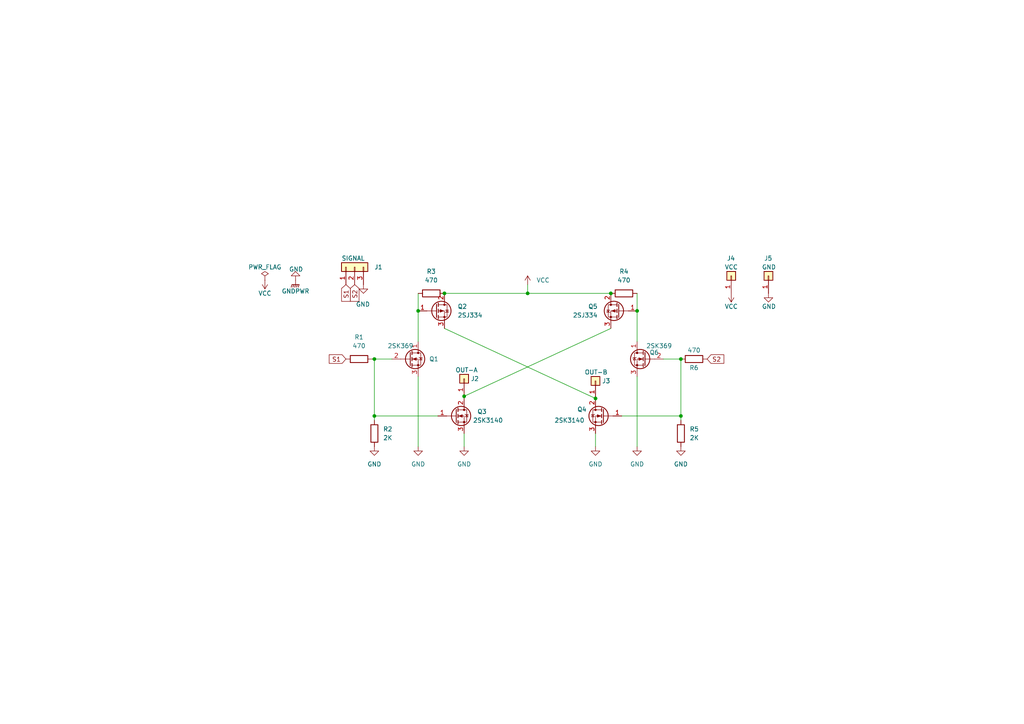
<source format=kicad_sch>
(kicad_sch
	(version 20231120)
	(generator "eeschema")
	(generator_version "8.0")
	(uuid "8442e9c8-eab4-435f-8e2f-04d075ee1d59")
	(paper "A4")
	(title_block
		(title "Hブリッジ回路")
		(date "2024-08-24")
		(rev "R1")
		(company "Altair")
	)
	(lib_symbols
		(symbol "Connector_Generic:Conn_01x01"
			(pin_names
				(offset 1.016) hide)
			(exclude_from_sim no)
			(in_bom yes)
			(on_board yes)
			(property "Reference" "J"
				(at 0 2.54 0)
				(effects
					(font
						(size 1.27 1.27)
					)
				)
			)
			(property "Value" "Conn_01x01"
				(at 0 -2.54 0)
				(effects
					(font
						(size 1.27 1.27)
					)
				)
			)
			(property "Footprint" ""
				(at 0 0 0)
				(effects
					(font
						(size 1.27 1.27)
					)
					(hide yes)
				)
			)
			(property "Datasheet" "~"
				(at 0 0 0)
				(effects
					(font
						(size 1.27 1.27)
					)
					(hide yes)
				)
			)
			(property "Description" "Generic connector, single row, 01x01, script generated (kicad-library-utils/schlib/autogen/connector/)"
				(at 0 0 0)
				(effects
					(font
						(size 1.27 1.27)
					)
					(hide yes)
				)
			)
			(property "ki_keywords" "connector"
				(at 0 0 0)
				(effects
					(font
						(size 1.27 1.27)
					)
					(hide yes)
				)
			)
			(property "ki_fp_filters" "Connector*:*_1x??_*"
				(at 0 0 0)
				(effects
					(font
						(size 1.27 1.27)
					)
					(hide yes)
				)
			)
			(symbol "Conn_01x01_1_1"
				(rectangle
					(start -1.27 0.127)
					(end 0 -0.127)
					(stroke
						(width 0.1524)
						(type default)
					)
					(fill
						(type none)
					)
				)
				(rectangle
					(start -1.27 1.27)
					(end 1.27 -1.27)
					(stroke
						(width 0.254)
						(type default)
					)
					(fill
						(type background)
					)
				)
				(pin passive line
					(at -5.08 0 0)
					(length 3.81)
					(name "Pin_1"
						(effects
							(font
								(size 1.27 1.27)
							)
						)
					)
					(number "1"
						(effects
							(font
								(size 1.27 1.27)
							)
						)
					)
				)
			)
		)
		(symbol "Connector_Generic:Conn_01x03"
			(pin_names
				(offset 1.016) hide)
			(exclude_from_sim no)
			(in_bom yes)
			(on_board yes)
			(property "Reference" "J"
				(at 0 5.08 0)
				(effects
					(font
						(size 1.27 1.27)
					)
				)
			)
			(property "Value" "Conn_01x03"
				(at 0 -5.08 0)
				(effects
					(font
						(size 1.27 1.27)
					)
				)
			)
			(property "Footprint" ""
				(at 0 0 0)
				(effects
					(font
						(size 1.27 1.27)
					)
					(hide yes)
				)
			)
			(property "Datasheet" "~"
				(at 0 0 0)
				(effects
					(font
						(size 1.27 1.27)
					)
					(hide yes)
				)
			)
			(property "Description" "Generic connector, single row, 01x03, script generated (kicad-library-utils/schlib/autogen/connector/)"
				(at 0 0 0)
				(effects
					(font
						(size 1.27 1.27)
					)
					(hide yes)
				)
			)
			(property "ki_keywords" "connector"
				(at 0 0 0)
				(effects
					(font
						(size 1.27 1.27)
					)
					(hide yes)
				)
			)
			(property "ki_fp_filters" "Connector*:*_1x??_*"
				(at 0 0 0)
				(effects
					(font
						(size 1.27 1.27)
					)
					(hide yes)
				)
			)
			(symbol "Conn_01x03_1_1"
				(rectangle
					(start -1.27 -2.413)
					(end 0 -2.667)
					(stroke
						(width 0.1524)
						(type default)
					)
					(fill
						(type none)
					)
				)
				(rectangle
					(start -1.27 0.127)
					(end 0 -0.127)
					(stroke
						(width 0.1524)
						(type default)
					)
					(fill
						(type none)
					)
				)
				(rectangle
					(start -1.27 2.667)
					(end 0 2.413)
					(stroke
						(width 0.1524)
						(type default)
					)
					(fill
						(type none)
					)
				)
				(rectangle
					(start -1.27 3.81)
					(end 1.27 -3.81)
					(stroke
						(width 0.254)
						(type default)
					)
					(fill
						(type background)
					)
				)
				(pin passive line
					(at -5.08 2.54 0)
					(length 3.81)
					(name "Pin_1"
						(effects
							(font
								(size 1.27 1.27)
							)
						)
					)
					(number "1"
						(effects
							(font
								(size 1.27 1.27)
							)
						)
					)
				)
				(pin passive line
					(at -5.08 0 0)
					(length 3.81)
					(name "Pin_2"
						(effects
							(font
								(size 1.27 1.27)
							)
						)
					)
					(number "2"
						(effects
							(font
								(size 1.27 1.27)
							)
						)
					)
				)
				(pin passive line
					(at -5.08 -2.54 0)
					(length 3.81)
					(name "Pin_3"
						(effects
							(font
								(size 1.27 1.27)
							)
						)
					)
					(number "3"
						(effects
							(font
								(size 1.27 1.27)
							)
						)
					)
				)
			)
		)
		(symbol "Device:Q_NMOS_DGS"
			(pin_names
				(offset 0) hide)
			(exclude_from_sim no)
			(in_bom yes)
			(on_board yes)
			(property "Reference" "Q"
				(at 5.08 1.27 0)
				(effects
					(font
						(size 1.27 1.27)
					)
					(justify left)
				)
			)
			(property "Value" "Q_NMOS_DGS"
				(at 5.08 -1.27 0)
				(effects
					(font
						(size 1.27 1.27)
					)
					(justify left)
				)
			)
			(property "Footprint" ""
				(at 5.08 2.54 0)
				(effects
					(font
						(size 1.27 1.27)
					)
					(hide yes)
				)
			)
			(property "Datasheet" "~"
				(at 0 0 0)
				(effects
					(font
						(size 1.27 1.27)
					)
					(hide yes)
				)
			)
			(property "Description" "N-MOSFET transistor, drain/gate/source"
				(at 0 0 0)
				(effects
					(font
						(size 1.27 1.27)
					)
					(hide yes)
				)
			)
			(property "ki_keywords" "transistor NMOS N-MOS N-MOSFET"
				(at 0 0 0)
				(effects
					(font
						(size 1.27 1.27)
					)
					(hide yes)
				)
			)
			(symbol "Q_NMOS_DGS_0_1"
				(polyline
					(pts
						(xy 0.254 0) (xy -2.54 0)
					)
					(stroke
						(width 0)
						(type default)
					)
					(fill
						(type none)
					)
				)
				(polyline
					(pts
						(xy 0.254 1.905) (xy 0.254 -1.905)
					)
					(stroke
						(width 0.254)
						(type default)
					)
					(fill
						(type none)
					)
				)
				(polyline
					(pts
						(xy 0.762 -1.27) (xy 0.762 -2.286)
					)
					(stroke
						(width 0.254)
						(type default)
					)
					(fill
						(type none)
					)
				)
				(polyline
					(pts
						(xy 0.762 0.508) (xy 0.762 -0.508)
					)
					(stroke
						(width 0.254)
						(type default)
					)
					(fill
						(type none)
					)
				)
				(polyline
					(pts
						(xy 0.762 2.286) (xy 0.762 1.27)
					)
					(stroke
						(width 0.254)
						(type default)
					)
					(fill
						(type none)
					)
				)
				(polyline
					(pts
						(xy 2.54 2.54) (xy 2.54 1.778)
					)
					(stroke
						(width 0)
						(type default)
					)
					(fill
						(type none)
					)
				)
				(polyline
					(pts
						(xy 2.54 -2.54) (xy 2.54 0) (xy 0.762 0)
					)
					(stroke
						(width 0)
						(type default)
					)
					(fill
						(type none)
					)
				)
				(polyline
					(pts
						(xy 0.762 -1.778) (xy 3.302 -1.778) (xy 3.302 1.778) (xy 0.762 1.778)
					)
					(stroke
						(width 0)
						(type default)
					)
					(fill
						(type none)
					)
				)
				(polyline
					(pts
						(xy 1.016 0) (xy 2.032 0.381) (xy 2.032 -0.381) (xy 1.016 0)
					)
					(stroke
						(width 0)
						(type default)
					)
					(fill
						(type outline)
					)
				)
				(polyline
					(pts
						(xy 2.794 0.508) (xy 2.921 0.381) (xy 3.683 0.381) (xy 3.81 0.254)
					)
					(stroke
						(width 0)
						(type default)
					)
					(fill
						(type none)
					)
				)
				(polyline
					(pts
						(xy 3.302 0.381) (xy 2.921 -0.254) (xy 3.683 -0.254) (xy 3.302 0.381)
					)
					(stroke
						(width 0)
						(type default)
					)
					(fill
						(type none)
					)
				)
				(circle
					(center 1.651 0)
					(radius 2.794)
					(stroke
						(width 0.254)
						(type default)
					)
					(fill
						(type none)
					)
				)
				(circle
					(center 2.54 -1.778)
					(radius 0.254)
					(stroke
						(width 0)
						(type default)
					)
					(fill
						(type outline)
					)
				)
				(circle
					(center 2.54 1.778)
					(radius 0.254)
					(stroke
						(width 0)
						(type default)
					)
					(fill
						(type outline)
					)
				)
			)
			(symbol "Q_NMOS_DGS_1_1"
				(pin passive line
					(at 2.54 5.08 270)
					(length 2.54)
					(name "D"
						(effects
							(font
								(size 1.27 1.27)
							)
						)
					)
					(number "1"
						(effects
							(font
								(size 1.27 1.27)
							)
						)
					)
				)
				(pin input line
					(at -5.08 0 0)
					(length 2.54)
					(name "G"
						(effects
							(font
								(size 1.27 1.27)
							)
						)
					)
					(number "2"
						(effects
							(font
								(size 1.27 1.27)
							)
						)
					)
				)
				(pin passive line
					(at 2.54 -5.08 90)
					(length 2.54)
					(name "S"
						(effects
							(font
								(size 1.27 1.27)
							)
						)
					)
					(number "3"
						(effects
							(font
								(size 1.27 1.27)
							)
						)
					)
				)
			)
		)
		(symbol "Device:Q_NMOS_GDS"
			(pin_names
				(offset 0) hide)
			(exclude_from_sim no)
			(in_bom yes)
			(on_board yes)
			(property "Reference" "Q"
				(at 5.08 1.27 0)
				(effects
					(font
						(size 1.27 1.27)
					)
					(justify left)
				)
			)
			(property "Value" "Q_NMOS_GDS"
				(at 5.08 -1.27 0)
				(effects
					(font
						(size 1.27 1.27)
					)
					(justify left)
				)
			)
			(property "Footprint" ""
				(at 5.08 2.54 0)
				(effects
					(font
						(size 1.27 1.27)
					)
					(hide yes)
				)
			)
			(property "Datasheet" "~"
				(at 0 0 0)
				(effects
					(font
						(size 1.27 1.27)
					)
					(hide yes)
				)
			)
			(property "Description" "N-MOSFET transistor, gate/drain/source"
				(at 0 0 0)
				(effects
					(font
						(size 1.27 1.27)
					)
					(hide yes)
				)
			)
			(property "ki_keywords" "transistor NMOS N-MOS N-MOSFET"
				(at 0 0 0)
				(effects
					(font
						(size 1.27 1.27)
					)
					(hide yes)
				)
			)
			(symbol "Q_NMOS_GDS_0_1"
				(polyline
					(pts
						(xy 0.254 0) (xy -2.54 0)
					)
					(stroke
						(width 0)
						(type default)
					)
					(fill
						(type none)
					)
				)
				(polyline
					(pts
						(xy 0.254 1.905) (xy 0.254 -1.905)
					)
					(stroke
						(width 0.254)
						(type default)
					)
					(fill
						(type none)
					)
				)
				(polyline
					(pts
						(xy 0.762 -1.27) (xy 0.762 -2.286)
					)
					(stroke
						(width 0.254)
						(type default)
					)
					(fill
						(type none)
					)
				)
				(polyline
					(pts
						(xy 0.762 0.508) (xy 0.762 -0.508)
					)
					(stroke
						(width 0.254)
						(type default)
					)
					(fill
						(type none)
					)
				)
				(polyline
					(pts
						(xy 0.762 2.286) (xy 0.762 1.27)
					)
					(stroke
						(width 0.254)
						(type default)
					)
					(fill
						(type none)
					)
				)
				(polyline
					(pts
						(xy 2.54 2.54) (xy 2.54 1.778)
					)
					(stroke
						(width 0)
						(type default)
					)
					(fill
						(type none)
					)
				)
				(polyline
					(pts
						(xy 2.54 -2.54) (xy 2.54 0) (xy 0.762 0)
					)
					(stroke
						(width 0)
						(type default)
					)
					(fill
						(type none)
					)
				)
				(polyline
					(pts
						(xy 0.762 -1.778) (xy 3.302 -1.778) (xy 3.302 1.778) (xy 0.762 1.778)
					)
					(stroke
						(width 0)
						(type default)
					)
					(fill
						(type none)
					)
				)
				(polyline
					(pts
						(xy 1.016 0) (xy 2.032 0.381) (xy 2.032 -0.381) (xy 1.016 0)
					)
					(stroke
						(width 0)
						(type default)
					)
					(fill
						(type outline)
					)
				)
				(polyline
					(pts
						(xy 2.794 0.508) (xy 2.921 0.381) (xy 3.683 0.381) (xy 3.81 0.254)
					)
					(stroke
						(width 0)
						(type default)
					)
					(fill
						(type none)
					)
				)
				(polyline
					(pts
						(xy 3.302 0.381) (xy 2.921 -0.254) (xy 3.683 -0.254) (xy 3.302 0.381)
					)
					(stroke
						(width 0)
						(type default)
					)
					(fill
						(type none)
					)
				)
				(circle
					(center 1.651 0)
					(radius 2.794)
					(stroke
						(width 0.254)
						(type default)
					)
					(fill
						(type none)
					)
				)
				(circle
					(center 2.54 -1.778)
					(radius 0.254)
					(stroke
						(width 0)
						(type default)
					)
					(fill
						(type outline)
					)
				)
				(circle
					(center 2.54 1.778)
					(radius 0.254)
					(stroke
						(width 0)
						(type default)
					)
					(fill
						(type outline)
					)
				)
			)
			(symbol "Q_NMOS_GDS_1_1"
				(pin input line
					(at -5.08 0 0)
					(length 2.54)
					(name "G"
						(effects
							(font
								(size 1.27 1.27)
							)
						)
					)
					(number "1"
						(effects
							(font
								(size 1.27 1.27)
							)
						)
					)
				)
				(pin passive line
					(at 2.54 5.08 270)
					(length 2.54)
					(name "D"
						(effects
							(font
								(size 1.27 1.27)
							)
						)
					)
					(number "2"
						(effects
							(font
								(size 1.27 1.27)
							)
						)
					)
				)
				(pin passive line
					(at 2.54 -5.08 90)
					(length 2.54)
					(name "S"
						(effects
							(font
								(size 1.27 1.27)
							)
						)
					)
					(number "3"
						(effects
							(font
								(size 1.27 1.27)
							)
						)
					)
				)
			)
		)
		(symbol "Device:Q_PMOS_GDS"
			(pin_names
				(offset 0) hide)
			(exclude_from_sim no)
			(in_bom yes)
			(on_board yes)
			(property "Reference" "Q"
				(at 5.08 1.27 0)
				(effects
					(font
						(size 1.27 1.27)
					)
					(justify left)
				)
			)
			(property "Value" "Q_PMOS_GDS"
				(at 5.08 -1.27 0)
				(effects
					(font
						(size 1.27 1.27)
					)
					(justify left)
				)
			)
			(property "Footprint" ""
				(at 5.08 2.54 0)
				(effects
					(font
						(size 1.27 1.27)
					)
					(hide yes)
				)
			)
			(property "Datasheet" "~"
				(at 0 0 0)
				(effects
					(font
						(size 1.27 1.27)
					)
					(hide yes)
				)
			)
			(property "Description" "P-MOSFET transistor, gate/drain/source"
				(at 0 0 0)
				(effects
					(font
						(size 1.27 1.27)
					)
					(hide yes)
				)
			)
			(property "ki_keywords" "transistor PMOS P-MOS P-MOSFET"
				(at 0 0 0)
				(effects
					(font
						(size 1.27 1.27)
					)
					(hide yes)
				)
			)
			(symbol "Q_PMOS_GDS_0_1"
				(polyline
					(pts
						(xy 0.254 0) (xy -2.54 0)
					)
					(stroke
						(width 0)
						(type default)
					)
					(fill
						(type none)
					)
				)
				(polyline
					(pts
						(xy 0.254 1.905) (xy 0.254 -1.905)
					)
					(stroke
						(width 0.254)
						(type default)
					)
					(fill
						(type none)
					)
				)
				(polyline
					(pts
						(xy 0.762 -1.27) (xy 0.762 -2.286)
					)
					(stroke
						(width 0.254)
						(type default)
					)
					(fill
						(type none)
					)
				)
				(polyline
					(pts
						(xy 0.762 0.508) (xy 0.762 -0.508)
					)
					(stroke
						(width 0.254)
						(type default)
					)
					(fill
						(type none)
					)
				)
				(polyline
					(pts
						(xy 0.762 2.286) (xy 0.762 1.27)
					)
					(stroke
						(width 0.254)
						(type default)
					)
					(fill
						(type none)
					)
				)
				(polyline
					(pts
						(xy 2.54 2.54) (xy 2.54 1.778)
					)
					(stroke
						(width 0)
						(type default)
					)
					(fill
						(type none)
					)
				)
				(polyline
					(pts
						(xy 2.54 -2.54) (xy 2.54 0) (xy 0.762 0)
					)
					(stroke
						(width 0)
						(type default)
					)
					(fill
						(type none)
					)
				)
				(polyline
					(pts
						(xy 0.762 1.778) (xy 3.302 1.778) (xy 3.302 -1.778) (xy 0.762 -1.778)
					)
					(stroke
						(width 0)
						(type default)
					)
					(fill
						(type none)
					)
				)
				(polyline
					(pts
						(xy 2.286 0) (xy 1.27 0.381) (xy 1.27 -0.381) (xy 2.286 0)
					)
					(stroke
						(width 0)
						(type default)
					)
					(fill
						(type outline)
					)
				)
				(polyline
					(pts
						(xy 2.794 -0.508) (xy 2.921 -0.381) (xy 3.683 -0.381) (xy 3.81 -0.254)
					)
					(stroke
						(width 0)
						(type default)
					)
					(fill
						(type none)
					)
				)
				(polyline
					(pts
						(xy 3.302 -0.381) (xy 2.921 0.254) (xy 3.683 0.254) (xy 3.302 -0.381)
					)
					(stroke
						(width 0)
						(type default)
					)
					(fill
						(type none)
					)
				)
				(circle
					(center 1.651 0)
					(radius 2.794)
					(stroke
						(width 0.254)
						(type default)
					)
					(fill
						(type none)
					)
				)
				(circle
					(center 2.54 -1.778)
					(radius 0.254)
					(stroke
						(width 0)
						(type default)
					)
					(fill
						(type outline)
					)
				)
				(circle
					(center 2.54 1.778)
					(radius 0.254)
					(stroke
						(width 0)
						(type default)
					)
					(fill
						(type outline)
					)
				)
			)
			(symbol "Q_PMOS_GDS_1_1"
				(pin input line
					(at -5.08 0 0)
					(length 2.54)
					(name "G"
						(effects
							(font
								(size 1.27 1.27)
							)
						)
					)
					(number "1"
						(effects
							(font
								(size 1.27 1.27)
							)
						)
					)
				)
				(pin passive line
					(at 2.54 5.08 270)
					(length 2.54)
					(name "D"
						(effects
							(font
								(size 1.27 1.27)
							)
						)
					)
					(number "2"
						(effects
							(font
								(size 1.27 1.27)
							)
						)
					)
				)
				(pin passive line
					(at 2.54 -5.08 90)
					(length 2.54)
					(name "S"
						(effects
							(font
								(size 1.27 1.27)
							)
						)
					)
					(number "3"
						(effects
							(font
								(size 1.27 1.27)
							)
						)
					)
				)
			)
		)
		(symbol "Device:R"
			(pin_numbers hide)
			(pin_names
				(offset 0)
			)
			(exclude_from_sim no)
			(in_bom yes)
			(on_board yes)
			(property "Reference" "R"
				(at 2.032 0 90)
				(effects
					(font
						(size 1.27 1.27)
					)
				)
			)
			(property "Value" "R"
				(at 0 0 90)
				(effects
					(font
						(size 1.27 1.27)
					)
				)
			)
			(property "Footprint" ""
				(at -1.778 0 90)
				(effects
					(font
						(size 1.27 1.27)
					)
					(hide yes)
				)
			)
			(property "Datasheet" "~"
				(at 0 0 0)
				(effects
					(font
						(size 1.27 1.27)
					)
					(hide yes)
				)
			)
			(property "Description" "Resistor"
				(at 0 0 0)
				(effects
					(font
						(size 1.27 1.27)
					)
					(hide yes)
				)
			)
			(property "ki_keywords" "R res resistor"
				(at 0 0 0)
				(effects
					(font
						(size 1.27 1.27)
					)
					(hide yes)
				)
			)
			(property "ki_fp_filters" "R_*"
				(at 0 0 0)
				(effects
					(font
						(size 1.27 1.27)
					)
					(hide yes)
				)
			)
			(symbol "R_0_1"
				(rectangle
					(start -1.016 -2.54)
					(end 1.016 2.54)
					(stroke
						(width 0.254)
						(type default)
					)
					(fill
						(type none)
					)
				)
			)
			(symbol "R_1_1"
				(pin passive line
					(at 0 3.81 270)
					(length 1.27)
					(name "~"
						(effects
							(font
								(size 1.27 1.27)
							)
						)
					)
					(number "1"
						(effects
							(font
								(size 1.27 1.27)
							)
						)
					)
				)
				(pin passive line
					(at 0 -3.81 90)
					(length 1.27)
					(name "~"
						(effects
							(font
								(size 1.27 1.27)
							)
						)
					)
					(number "2"
						(effects
							(font
								(size 1.27 1.27)
							)
						)
					)
				)
			)
		)
		(symbol "power:GND"
			(power)
			(pin_names
				(offset 0)
			)
			(exclude_from_sim no)
			(in_bom yes)
			(on_board yes)
			(property "Reference" "#PWR"
				(at 0 -6.35 0)
				(effects
					(font
						(size 1.27 1.27)
					)
					(hide yes)
				)
			)
			(property "Value" "GND"
				(at 0 -3.81 0)
				(effects
					(font
						(size 1.27 1.27)
					)
				)
			)
			(property "Footprint" ""
				(at 0 0 0)
				(effects
					(font
						(size 1.27 1.27)
					)
					(hide yes)
				)
			)
			(property "Datasheet" ""
				(at 0 0 0)
				(effects
					(font
						(size 1.27 1.27)
					)
					(hide yes)
				)
			)
			(property "Description" "Power symbol creates a global label with name \"GND\" , ground"
				(at 0 0 0)
				(effects
					(font
						(size 1.27 1.27)
					)
					(hide yes)
				)
			)
			(property "ki_keywords" "power-flag"
				(at 0 0 0)
				(effects
					(font
						(size 1.27 1.27)
					)
					(hide yes)
				)
			)
			(symbol "GND_0_1"
				(polyline
					(pts
						(xy 0 0) (xy 0 -1.27) (xy 1.27 -1.27) (xy 0 -2.54) (xy -1.27 -1.27) (xy 0 -1.27)
					)
					(stroke
						(width 0)
						(type default)
					)
					(fill
						(type none)
					)
				)
			)
			(symbol "GND_1_1"
				(pin power_in line
					(at 0 0 270)
					(length 0) hide
					(name "GND"
						(effects
							(font
								(size 1.27 1.27)
							)
						)
					)
					(number "1"
						(effects
							(font
								(size 1.27 1.27)
							)
						)
					)
				)
			)
		)
		(symbol "power:GNDPWR"
			(power)
			(pin_names
				(offset 0)
			)
			(exclude_from_sim no)
			(in_bom yes)
			(on_board yes)
			(property "Reference" "#PWR"
				(at 0 -5.08 0)
				(effects
					(font
						(size 1.27 1.27)
					)
					(hide yes)
				)
			)
			(property "Value" "GNDPWR"
				(at 0 -3.302 0)
				(effects
					(font
						(size 1.27 1.27)
					)
				)
			)
			(property "Footprint" ""
				(at 0 -1.27 0)
				(effects
					(font
						(size 1.27 1.27)
					)
					(hide yes)
				)
			)
			(property "Datasheet" ""
				(at 0 -1.27 0)
				(effects
					(font
						(size 1.27 1.27)
					)
					(hide yes)
				)
			)
			(property "Description" "Power symbol creates a global label with name \"GNDPWR\" , power ground"
				(at 0 0 0)
				(effects
					(font
						(size 1.27 1.27)
					)
					(hide yes)
				)
			)
			(property "ki_keywords" "power-flag"
				(at 0 0 0)
				(effects
					(font
						(size 1.27 1.27)
					)
					(hide yes)
				)
			)
			(symbol "GNDPWR_0_1"
				(polyline
					(pts
						(xy 0 -1.27) (xy 0 0)
					)
					(stroke
						(width 0)
						(type default)
					)
					(fill
						(type none)
					)
				)
				(polyline
					(pts
						(xy -1.016 -1.27) (xy -1.27 -2.032) (xy -1.27 -2.032)
					)
					(stroke
						(width 0.2032)
						(type default)
					)
					(fill
						(type none)
					)
				)
				(polyline
					(pts
						(xy -0.508 -1.27) (xy -0.762 -2.032) (xy -0.762 -2.032)
					)
					(stroke
						(width 0.2032)
						(type default)
					)
					(fill
						(type none)
					)
				)
				(polyline
					(pts
						(xy 0 -1.27) (xy -0.254 -2.032) (xy -0.254 -2.032)
					)
					(stroke
						(width 0.2032)
						(type default)
					)
					(fill
						(type none)
					)
				)
				(polyline
					(pts
						(xy 0.508 -1.27) (xy 0.254 -2.032) (xy 0.254 -2.032)
					)
					(stroke
						(width 0.2032)
						(type default)
					)
					(fill
						(type none)
					)
				)
				(polyline
					(pts
						(xy 1.016 -1.27) (xy -1.016 -1.27) (xy -1.016 -1.27)
					)
					(stroke
						(width 0.2032)
						(type default)
					)
					(fill
						(type none)
					)
				)
				(polyline
					(pts
						(xy 1.016 -1.27) (xy 0.762 -2.032) (xy 0.762 -2.032) (xy 0.762 -2.032)
					)
					(stroke
						(width 0.2032)
						(type default)
					)
					(fill
						(type none)
					)
				)
			)
			(symbol "GNDPWR_1_1"
				(pin power_in line
					(at 0 0 270)
					(length 0) hide
					(name "GNDPWR"
						(effects
							(font
								(size 1.27 1.27)
							)
						)
					)
					(number "1"
						(effects
							(font
								(size 1.27 1.27)
							)
						)
					)
				)
			)
		)
		(symbol "power:PWR_FLAG"
			(power)
			(pin_numbers hide)
			(pin_names
				(offset 0) hide)
			(exclude_from_sim no)
			(in_bom yes)
			(on_board yes)
			(property "Reference" "#FLG"
				(at 0 1.905 0)
				(effects
					(font
						(size 1.27 1.27)
					)
					(hide yes)
				)
			)
			(property "Value" "PWR_FLAG"
				(at 0 3.81 0)
				(effects
					(font
						(size 1.27 1.27)
					)
				)
			)
			(property "Footprint" ""
				(at 0 0 0)
				(effects
					(font
						(size 1.27 1.27)
					)
					(hide yes)
				)
			)
			(property "Datasheet" "~"
				(at 0 0 0)
				(effects
					(font
						(size 1.27 1.27)
					)
					(hide yes)
				)
			)
			(property "Description" "Special symbol for telling ERC where power comes from"
				(at 0 0 0)
				(effects
					(font
						(size 1.27 1.27)
					)
					(hide yes)
				)
			)
			(property "ki_keywords" "power-flag"
				(at 0 0 0)
				(effects
					(font
						(size 1.27 1.27)
					)
					(hide yes)
				)
			)
			(symbol "PWR_FLAG_0_0"
				(pin power_out line
					(at 0 0 90)
					(length 0)
					(name "pwr"
						(effects
							(font
								(size 1.27 1.27)
							)
						)
					)
					(number "1"
						(effects
							(font
								(size 1.27 1.27)
							)
						)
					)
				)
			)
			(symbol "PWR_FLAG_0_1"
				(polyline
					(pts
						(xy 0 0) (xy 0 1.27) (xy -1.016 1.905) (xy 0 2.54) (xy 1.016 1.905) (xy 0 1.27)
					)
					(stroke
						(width 0)
						(type default)
					)
					(fill
						(type none)
					)
				)
			)
		)
		(symbol "power:VCC"
			(power)
			(pin_names
				(offset 0)
			)
			(exclude_from_sim no)
			(in_bom yes)
			(on_board yes)
			(property "Reference" "#PWR"
				(at 0 -3.81 0)
				(effects
					(font
						(size 1.27 1.27)
					)
					(hide yes)
				)
			)
			(property "Value" "VCC"
				(at 0 3.81 0)
				(effects
					(font
						(size 1.27 1.27)
					)
				)
			)
			(property "Footprint" ""
				(at 0 0 0)
				(effects
					(font
						(size 1.27 1.27)
					)
					(hide yes)
				)
			)
			(property "Datasheet" ""
				(at 0 0 0)
				(effects
					(font
						(size 1.27 1.27)
					)
					(hide yes)
				)
			)
			(property "Description" "Power symbol creates a global label with name \"VCC\""
				(at 0 0 0)
				(effects
					(font
						(size 1.27 1.27)
					)
					(hide yes)
				)
			)
			(property "ki_keywords" "power-flag"
				(at 0 0 0)
				(effects
					(font
						(size 1.27 1.27)
					)
					(hide yes)
				)
			)
			(symbol "VCC_0_1"
				(polyline
					(pts
						(xy -0.762 1.27) (xy 0 2.54)
					)
					(stroke
						(width 0)
						(type default)
					)
					(fill
						(type none)
					)
				)
				(polyline
					(pts
						(xy 0 0) (xy 0 2.54)
					)
					(stroke
						(width 0)
						(type default)
					)
					(fill
						(type none)
					)
				)
				(polyline
					(pts
						(xy 0 2.54) (xy 0.762 1.27)
					)
					(stroke
						(width 0)
						(type default)
					)
					(fill
						(type none)
					)
				)
			)
			(symbol "VCC_1_1"
				(pin power_in line
					(at 0 0 90)
					(length 0) hide
					(name "VCC"
						(effects
							(font
								(size 1.27 1.27)
							)
						)
					)
					(number "1"
						(effects
							(font
								(size 1.27 1.27)
							)
						)
					)
				)
			)
		)
	)
	(junction
		(at 177.165 85.09)
		(diameter 0)
		(color 0 0 0 0)
		(uuid "0420fbe3-40cd-4160-9227-5960f5fb1e01")
	)
	(junction
		(at 108.585 104.14)
		(diameter 0)
		(color 0 0 0 0)
		(uuid "09bc6480-6679-4c42-beda-c4a319f46413")
	)
	(junction
		(at 197.485 104.14)
		(diameter 0)
		(color 0 0 0 0)
		(uuid "3205e1fb-d142-446d-99f6-08f078af2855")
	)
	(junction
		(at 184.785 90.17)
		(diameter 0)
		(color 0 0 0 0)
		(uuid "50874c67-cb50-417d-bf36-2c4da54ccef5")
	)
	(junction
		(at 134.62 114.935)
		(diameter 0)
		(color 0 0 0 0)
		(uuid "69548028-6a4a-491b-924b-6a22eb0860aa")
	)
	(junction
		(at 108.585 120.65)
		(diameter 0)
		(color 0 0 0 0)
		(uuid "6ba33796-e7eb-413d-804d-0be33c3045d7")
	)
	(junction
		(at 128.905 85.09)
		(diameter 0)
		(color 0 0 0 0)
		(uuid "9164e595-9883-4394-9d8f-5e6c8ec65e54")
	)
	(junction
		(at 121.285 90.17)
		(diameter 0)
		(color 0 0 0 0)
		(uuid "ab6f64c2-a14b-40a2-95db-68b9bae339ca")
	)
	(junction
		(at 197.485 120.65)
		(diameter 0)
		(color 0 0 0 0)
		(uuid "cec5bbcf-2f50-411b-acaa-9dcfe92fc9b1")
	)
	(junction
		(at 153.035 85.09)
		(diameter 0)
		(color 0 0 0 0)
		(uuid "e26d594f-9408-4840-8bb0-7afc2858e101")
	)
	(junction
		(at 172.72 115.57)
		(diameter 0)
		(color 0 0 0 0)
		(uuid "e4f52103-1736-4c46-acd0-cd56fec67db3")
	)
	(wire
		(pts
			(xy 108.585 104.14) (xy 113.665 104.14)
		)
		(stroke
			(width 0)
			(type default)
		)
		(uuid "04b91a16-81fa-4e39-bfa2-b3d9a11071cc")
	)
	(wire
		(pts
			(xy 128.905 85.09) (xy 153.035 85.09)
		)
		(stroke
			(width 0)
			(type default)
		)
		(uuid "09631763-700e-4eb1-a329-34e96109a900")
	)
	(wire
		(pts
			(xy 184.785 85.09) (xy 184.785 90.17)
		)
		(stroke
			(width 0)
			(type default)
		)
		(uuid "09f12f98-5ee6-4101-958b-2cc8c25552b9")
	)
	(wire
		(pts
			(xy 153.035 85.09) (xy 177.165 85.09)
		)
		(stroke
			(width 0)
			(type default)
		)
		(uuid "1239cc4c-51b4-44cc-ad19-ef0ff1da11cf")
	)
	(wire
		(pts
			(xy 153.035 82.55) (xy 153.035 85.09)
		)
		(stroke
			(width 0)
			(type default)
		)
		(uuid "1d6b058c-1477-4e38-ae12-b00e23397f72")
	)
	(wire
		(pts
			(xy 177.165 95.25) (xy 134.62 114.935)
		)
		(stroke
			(width 0)
			(type default)
		)
		(uuid "2833b363-3f86-44d9-b93d-5f1db2086df8")
	)
	(wire
		(pts
			(xy 127 120.65) (xy 108.585 120.65)
		)
		(stroke
			(width 0)
			(type default)
		)
		(uuid "35c42cad-d805-468a-adda-474b5b7359b6")
	)
	(wire
		(pts
			(xy 108.585 120.65) (xy 108.585 104.14)
		)
		(stroke
			(width 0)
			(type default)
		)
		(uuid "3d19e441-ab8b-4c1d-8c0f-12f2c91ea426")
	)
	(wire
		(pts
			(xy 184.785 109.22) (xy 184.785 129.54)
		)
		(stroke
			(width 0)
			(type default)
		)
		(uuid "4e6452eb-beac-424a-858f-81661153f9e5")
	)
	(wire
		(pts
			(xy 192.405 104.14) (xy 197.485 104.14)
		)
		(stroke
			(width 0)
			(type default)
		)
		(uuid "56911a4c-71e2-4e52-a7ad-0d7447fcdb6c")
	)
	(wire
		(pts
			(xy 134.62 115.57) (xy 134.62 114.935)
		)
		(stroke
			(width 0)
			(type default)
		)
		(uuid "592fded3-d603-4fa0-ba28-9c0aec65f272")
	)
	(wire
		(pts
			(xy 121.285 85.09) (xy 121.285 90.17)
		)
		(stroke
			(width 0)
			(type default)
		)
		(uuid "76840f0b-de72-4cc2-8c1a-d7959f6e1e0f")
	)
	(wire
		(pts
			(xy 184.785 90.17) (xy 184.785 99.06)
		)
		(stroke
			(width 0)
			(type default)
		)
		(uuid "7a935c1e-298b-45e2-bae0-cacd0b6f3ee0")
	)
	(wire
		(pts
			(xy 121.285 109.22) (xy 121.285 129.54)
		)
		(stroke
			(width 0)
			(type default)
		)
		(uuid "9d1f14e6-13f7-4579-96af-ab84c20a593c")
	)
	(wire
		(pts
			(xy 172.72 125.73) (xy 172.72 129.54)
		)
		(stroke
			(width 0)
			(type default)
		)
		(uuid "aae9f375-8aad-4628-a70d-54917f8dd4e4")
	)
	(wire
		(pts
			(xy 121.285 90.17) (xy 121.285 99.06)
		)
		(stroke
			(width 0)
			(type default)
		)
		(uuid "accbf8b6-09f4-4849-92c7-f72dac96fd50")
	)
	(wire
		(pts
			(xy 197.485 120.65) (xy 197.485 104.14)
		)
		(stroke
			(width 0)
			(type default)
		)
		(uuid "aee05f05-4b44-4f88-ab62-ab16e77c7805")
	)
	(wire
		(pts
			(xy 180.34 120.65) (xy 197.485 120.65)
		)
		(stroke
			(width 0)
			(type default)
		)
		(uuid "b817485c-7d82-4206-a09c-651424887db6")
	)
	(wire
		(pts
			(xy 197.485 121.92) (xy 197.485 120.65)
		)
		(stroke
			(width 0)
			(type default)
		)
		(uuid "cdb6afb7-a4f0-4bc6-a414-4e4f8e4515de")
	)
	(wire
		(pts
			(xy 128.905 95.25) (xy 172.72 115.57)
		)
		(stroke
			(width 0)
			(type default)
		)
		(uuid "d91f8ba0-db39-4dff-afed-d9d2f1532322")
	)
	(wire
		(pts
			(xy 107.95 104.14) (xy 108.585 104.14)
		)
		(stroke
			(width 0)
			(type default)
		)
		(uuid "f5455789-b8ad-417a-afd8-c7a211a21a22")
	)
	(wire
		(pts
			(xy 134.62 125.73) (xy 134.62 129.54)
		)
		(stroke
			(width 0)
			(type default)
		)
		(uuid "f59892c1-68bc-4dd9-b8f9-1f462db76183")
	)
	(wire
		(pts
			(xy 108.585 121.92) (xy 108.585 120.65)
		)
		(stroke
			(width 0)
			(type default)
		)
		(uuid "ff9815a1-92cb-4933-a13f-84e317e6775c")
	)
	(global_label "S2"
		(shape input)
		(at 102.87 82.55 270)
		(fields_autoplaced yes)
		(effects
			(font
				(size 1.27 1.27)
			)
			(justify right)
		)
		(uuid "052ec5bf-965d-4162-b05d-5819c07ef98d")
		(property "Intersheetrefs" "${INTERSHEET_REFS}"
			(at 102.7906 87.3821 90)
			(effects
				(font
					(size 1.27 1.27)
				)
				(justify right)
				(hide yes)
			)
		)
	)
	(global_label "S2"
		(shape input)
		(at 205.105 104.14 0)
		(fields_autoplaced yes)
		(effects
			(font
				(size 1.27 1.27)
			)
			(justify left)
		)
		(uuid "399dee35-eb88-4fb2-b21f-d09770cb00e1")
		(property "Intersheetrefs" "${INTERSHEET_REFS}"
			(at 209.9371 104.0606 0)
			(effects
				(font
					(size 1.27 1.27)
				)
				(justify left)
				(hide yes)
			)
		)
	)
	(global_label "S1"
		(shape input)
		(at 100.33 82.55 270)
		(fields_autoplaced yes)
		(effects
			(font
				(size 1.27 1.27)
			)
			(justify right)
		)
		(uuid "7c51995d-c6e0-44c7-b5c3-c3768c181f8d")
		(property "Intersheetrefs" "${INTERSHEET_REFS}"
			(at 100.2506 87.3821 90)
			(effects
				(font
					(size 1.27 1.27)
				)
				(justify right)
				(hide yes)
			)
		)
	)
	(global_label "S1"
		(shape input)
		(at 100.33 104.14 180)
		(fields_autoplaced yes)
		(effects
			(font
				(size 1.27 1.27)
			)
			(justify right)
		)
		(uuid "ab6a72e6-a27b-4740-9573-e6c1df4183ab")
		(property "Intersheetrefs" "${INTERSHEET_REFS}"
			(at 95.4979 104.0606 0)
			(effects
				(font
					(size 1.27 1.27)
				)
				(justify right)
				(hide yes)
			)
		)
	)
	(symbol
		(lib_id "Device:Q_NMOS_DGS")
		(at 187.325 104.14 0)
		(mirror y)
		(unit 1)
		(exclude_from_sim no)
		(in_bom yes)
		(on_board yes)
		(dnp no)
		(uuid "010117b8-2f05-4fdc-b020-668fc45b6aa9")
		(property "Reference" "Q6"
			(at 191.135 102.235 0)
			(effects
				(font
					(size 1.27 1.27)
				)
				(justify left)
			)
		)
		(property "Value" "2SK369"
			(at 194.945 100.33 0)
			(effects
				(font
					(size 1.27 1.27)
				)
				(justify left)
			)
		)
		(property "Footprint" "Package_TO_SOT_THT:TO-92"
			(at 182.245 101.6 0)
			(effects
				(font
					(size 1.27 1.27)
				)
				(hide yes)
			)
		)
		(property "Datasheet" "~"
			(at 187.325 104.14 0)
			(effects
				(font
					(size 1.27 1.27)
				)
				(hide yes)
			)
		)
		(property "Description" ""
			(at 187.325 104.14 0)
			(effects
				(font
					(size 1.27 1.27)
				)
				(hide yes)
			)
		)
		(pin "1"
			(uuid "112adc9d-ad1a-431d-b21f-c3a30a2d6a56")
		)
		(pin "2"
			(uuid "6e9cdcf9-f1e1-4b66-8160-09436c1c1ecb")
		)
		(pin "3"
			(uuid "64143590-fe7b-4fdf-89fb-680b872007ce")
		)
		(instances
			(project "Hburicchi"
				(path "/8442e9c8-eab4-435f-8e2f-04d075ee1d59"
					(reference "Q6")
					(unit 1)
				)
			)
		)
	)
	(symbol
		(lib_id "Connector_Generic:Conn_01x01")
		(at 222.885 80.01 90)
		(unit 1)
		(exclude_from_sim no)
		(in_bom yes)
		(on_board yes)
		(dnp no)
		(uuid "011e627a-b344-4439-9cc7-11631e5e4900")
		(property "Reference" "J5"
			(at 221.615 74.93 90)
			(effects
				(font
					(size 1.27 1.27)
				)
				(justify right)
			)
		)
		(property "Value" "GND"
			(at 220.98 77.47 90)
			(effects
				(font
					(size 1.27 1.27)
				)
				(justify right)
			)
		)
		(property "Footprint" "TestPoint:TestPoint_THTPad_D3.0mm_Drill1.5mm"
			(at 222.885 80.01 0)
			(effects
				(font
					(size 1.27 1.27)
				)
				(hide yes)
			)
		)
		(property "Datasheet" "~"
			(at 222.885 80.01 0)
			(effects
				(font
					(size 1.27 1.27)
				)
				(hide yes)
			)
		)
		(property "Description" ""
			(at 222.885 80.01 0)
			(effects
				(font
					(size 1.27 1.27)
				)
				(hide yes)
			)
		)
		(pin "1"
			(uuid "03e59d12-92b8-476c-8476-edb97083739d")
		)
		(instances
			(project "Hburicchi"
				(path "/8442e9c8-eab4-435f-8e2f-04d075ee1d59"
					(reference "J5")
					(unit 1)
				)
			)
		)
	)
	(symbol
		(lib_id "power:GND")
		(at 85.725 81.28 180)
		(unit 1)
		(exclude_from_sim no)
		(in_bom yes)
		(on_board yes)
		(dnp no)
		(uuid "08ebde13-7fc4-44ca-84af-dbfafe0d6c3d")
		(property "Reference" "#PWR02"
			(at 85.725 74.93 0)
			(effects
				(font
					(size 1.27 1.27)
				)
				(hide yes)
			)
		)
		(property "Value" "GND"
			(at 83.82 78.105 0)
			(effects
				(font
					(size 1.27 1.27)
				)
				(justify right)
			)
		)
		(property "Footprint" ""
			(at 85.725 81.28 0)
			(effects
				(font
					(size 1.27 1.27)
				)
				(hide yes)
			)
		)
		(property "Datasheet" ""
			(at 85.725 81.28 0)
			(effects
				(font
					(size 1.27 1.27)
				)
				(hide yes)
			)
		)
		(property "Description" ""
			(at 85.725 81.28 0)
			(effects
				(font
					(size 1.27 1.27)
				)
				(hide yes)
			)
		)
		(pin "1"
			(uuid "6fa2977d-098e-40a6-b942-6338c448e8ec")
		)
		(instances
			(project "Hburicchi"
				(path "/8442e9c8-eab4-435f-8e2f-04d075ee1d59"
					(reference "#PWR02")
					(unit 1)
				)
			)
		)
	)
	(symbol
		(lib_id "power:PWR_FLAG")
		(at 76.835 81.28 0)
		(unit 1)
		(exclude_from_sim no)
		(in_bom yes)
		(on_board yes)
		(dnp no)
		(uuid "0dd8c470-f8fd-4b9f-9654-19d935fb34e1")
		(property "Reference" "#FLG01"
			(at 76.835 79.375 0)
			(effects
				(font
					(size 1.27 1.27)
				)
				(hide yes)
			)
		)
		(property "Value" "PWR_FLAG"
			(at 76.835 77.47 0)
			(effects
				(font
					(size 1.27 1.27)
				)
			)
		)
		(property "Footprint" ""
			(at 76.835 81.28 0)
			(effects
				(font
					(size 1.27 1.27)
				)
				(hide yes)
			)
		)
		(property "Datasheet" "~"
			(at 76.835 81.28 0)
			(effects
				(font
					(size 1.27 1.27)
				)
				(hide yes)
			)
		)
		(property "Description" ""
			(at 76.835 81.28 0)
			(effects
				(font
					(size 1.27 1.27)
				)
				(hide yes)
			)
		)
		(pin "1"
			(uuid "72e88a71-b100-4228-8c0e-eadbf1df3b61")
		)
		(instances
			(project "Hburicchi"
				(path "/8442e9c8-eab4-435f-8e2f-04d075ee1d59"
					(reference "#FLG01")
					(unit 1)
				)
			)
		)
	)
	(symbol
		(lib_id "Device:R")
		(at 125.095 85.09 90)
		(unit 1)
		(exclude_from_sim no)
		(in_bom yes)
		(on_board yes)
		(dnp no)
		(fields_autoplaced yes)
		(uuid "1bc0107b-51cc-457f-a459-2aad2a2f3602")
		(property "Reference" "R3"
			(at 125.095 78.74 90)
			(effects
				(font
					(size 1.27 1.27)
				)
			)
		)
		(property "Value" "470"
			(at 125.095 81.28 90)
			(effects
				(font
					(size 1.27 1.27)
				)
			)
		)
		(property "Footprint" "Resistor_THT:R_Axial_DIN0207_L6.3mm_D2.5mm_P10.16mm_Horizontal"
			(at 125.095 86.868 90)
			(effects
				(font
					(size 1.27 1.27)
				)
				(hide yes)
			)
		)
		(property "Datasheet" "~"
			(at 125.095 85.09 0)
			(effects
				(font
					(size 1.27 1.27)
				)
				(hide yes)
			)
		)
		(property "Description" ""
			(at 125.095 85.09 0)
			(effects
				(font
					(size 1.27 1.27)
				)
				(hide yes)
			)
		)
		(pin "1"
			(uuid "aaac58c1-7423-4ff3-9d71-0b110ee4e1d9")
		)
		(pin "2"
			(uuid "b322e4c3-d0f2-49fd-987b-7e0d7eae033c")
		)
		(instances
			(project "Hburicchi"
				(path "/8442e9c8-eab4-435f-8e2f-04d075ee1d59"
					(reference "R3")
					(unit 1)
				)
			)
		)
	)
	(symbol
		(lib_id "Device:Q_NMOS_DGS")
		(at 118.745 104.14 0)
		(unit 1)
		(exclude_from_sim no)
		(in_bom yes)
		(on_board yes)
		(dnp no)
		(uuid "23c20e2e-a712-47b9-9137-9d3fe1ec44dc")
		(property "Reference" "Q1"
			(at 124.46 104.14 0)
			(effects
				(font
					(size 1.27 1.27)
				)
				(justify left)
			)
		)
		(property "Value" "2SK369"
			(at 112.395 100.33 0)
			(effects
				(font
					(size 1.27 1.27)
				)
				(justify left)
			)
		)
		(property "Footprint" "Package_TO_SOT_THT:TO-92"
			(at 123.825 101.6 0)
			(effects
				(font
					(size 1.27 1.27)
				)
				(hide yes)
			)
		)
		(property "Datasheet" "~"
			(at 118.745 104.14 0)
			(effects
				(font
					(size 1.27 1.27)
				)
				(hide yes)
			)
		)
		(property "Description" ""
			(at 118.745 104.14 0)
			(effects
				(font
					(size 1.27 1.27)
				)
				(hide yes)
			)
		)
		(pin "1"
			(uuid "251a4e7a-bb4a-474b-a6f4-5c94b1571027")
		)
		(pin "2"
			(uuid "ad02bd7e-859c-4627-bd54-1904eb59757a")
		)
		(pin "3"
			(uuid "e50c7c21-d9c8-447e-aab5-6f416e987ddf")
		)
		(instances
			(project "Hburicchi"
				(path "/8442e9c8-eab4-435f-8e2f-04d075ee1d59"
					(reference "Q1")
					(unit 1)
				)
			)
		)
	)
	(symbol
		(lib_id "power:GND")
		(at 184.785 129.54 0)
		(unit 1)
		(exclude_from_sim no)
		(in_bom yes)
		(on_board yes)
		(dnp no)
		(fields_autoplaced yes)
		(uuid "2957a801-0e29-40ef-b1ab-d686b8b9ff78")
		(property "Reference" "#PWR010"
			(at 184.785 135.89 0)
			(effects
				(font
					(size 1.27 1.27)
				)
				(hide yes)
			)
		)
		(property "Value" "GND"
			(at 184.785 134.62 0)
			(effects
				(font
					(size 1.27 1.27)
				)
			)
		)
		(property "Footprint" ""
			(at 184.785 129.54 0)
			(effects
				(font
					(size 1.27 1.27)
				)
				(hide yes)
			)
		)
		(property "Datasheet" ""
			(at 184.785 129.54 0)
			(effects
				(font
					(size 1.27 1.27)
				)
				(hide yes)
			)
		)
		(property "Description" ""
			(at 184.785 129.54 0)
			(effects
				(font
					(size 1.27 1.27)
				)
				(hide yes)
			)
		)
		(pin "1"
			(uuid "80861c8f-5cbd-4371-9d01-553d5cc95fae")
		)
		(instances
			(project "Hburicchi"
				(path "/8442e9c8-eab4-435f-8e2f-04d075ee1d59"
					(reference "#PWR010")
					(unit 1)
				)
			)
		)
	)
	(symbol
		(lib_id "Device:Q_PMOS_GDS")
		(at 179.705 90.17 0)
		(mirror y)
		(unit 1)
		(exclude_from_sim no)
		(in_bom yes)
		(on_board yes)
		(dnp no)
		(fields_autoplaced yes)
		(uuid "37e58eae-185f-4ff2-b3f5-8f7813967fc9")
		(property "Reference" "Q5"
			(at 173.355 88.8999 0)
			(effects
				(font
					(size 1.27 1.27)
				)
				(justify left)
			)
		)
		(property "Value" "2SJ334"
			(at 173.355 91.4399 0)
			(effects
				(font
					(size 1.27 1.27)
				)
				(justify left)
			)
		)
		(property "Footprint" "Package_TO_SOT_THT:TO-220-3_Vertical"
			(at 174.625 87.63 0)
			(effects
				(font
					(size 1.27 1.27)
				)
				(hide yes)
			)
		)
		(property "Datasheet" "~"
			(at 179.705 90.17 0)
			(effects
				(font
					(size 1.27 1.27)
				)
				(hide yes)
			)
		)
		(property "Description" ""
			(at 179.705 90.17 0)
			(effects
				(font
					(size 1.27 1.27)
				)
				(hide yes)
			)
		)
		(pin "1"
			(uuid "660a21b3-c3f1-4edc-9606-8eec8dd85424")
		)
		(pin "2"
			(uuid "e9bff0d1-a5db-4f31-b314-f9266e945c03")
		)
		(pin "3"
			(uuid "eeb2949b-ecab-4a9d-97a4-4ef1691d9dc9")
		)
		(instances
			(project "Hburicchi"
				(path "/8442e9c8-eab4-435f-8e2f-04d075ee1d59"
					(reference "Q5")
					(unit 1)
				)
			)
		)
	)
	(symbol
		(lib_id "Connector_Generic:Conn_01x01")
		(at 134.62 109.855 90)
		(unit 1)
		(exclude_from_sim no)
		(in_bom yes)
		(on_board yes)
		(dnp no)
		(uuid "3e3c1708-e345-49ad-b8e5-e0698a3765fb")
		(property "Reference" "J2"
			(at 136.525 109.855 90)
			(effects
				(font
					(size 1.27 1.27)
				)
				(justify right)
			)
		)
		(property "Value" "OUT-A"
			(at 132.08 107.315 90)
			(effects
				(font
					(size 1.27 1.27)
				)
				(justify right)
			)
		)
		(property "Footprint" "TestPoint:TestPoint_THTPad_D3.0mm_Drill1.5mm"
			(at 134.62 109.855 0)
			(effects
				(font
					(size 1.27 1.27)
				)
				(hide yes)
			)
		)
		(property "Datasheet" "~"
			(at 134.62 109.855 0)
			(effects
				(font
					(size 1.27 1.27)
				)
				(hide yes)
			)
		)
		(property "Description" ""
			(at 134.62 109.855 0)
			(effects
				(font
					(size 1.27 1.27)
				)
				(hide yes)
			)
		)
		(pin "1"
			(uuid "0857f486-eb15-43b9-91a1-64e12120374e")
		)
		(instances
			(project "Hburicchi"
				(path "/8442e9c8-eab4-435f-8e2f-04d075ee1d59"
					(reference "J2")
					(unit 1)
				)
			)
		)
	)
	(symbol
		(lib_id "power:VCC")
		(at 212.09 85.09 180)
		(unit 1)
		(exclude_from_sim no)
		(in_bom yes)
		(on_board yes)
		(dnp no)
		(uuid "40ac43e8-c064-4195-8f50-4c850cf8fed7")
		(property "Reference" "#PWR012"
			(at 212.09 81.28 0)
			(effects
				(font
					(size 1.27 1.27)
				)
				(hide yes)
			)
		)
		(property "Value" "VCC"
			(at 212.09 88.9 0)
			(effects
				(font
					(size 1.27 1.27)
				)
			)
		)
		(property "Footprint" ""
			(at 212.09 85.09 0)
			(effects
				(font
					(size 1.27 1.27)
				)
				(hide yes)
			)
		)
		(property "Datasheet" ""
			(at 212.09 85.09 0)
			(effects
				(font
					(size 1.27 1.27)
				)
				(hide yes)
			)
		)
		(property "Description" ""
			(at 212.09 85.09 0)
			(effects
				(font
					(size 1.27 1.27)
				)
				(hide yes)
			)
		)
		(pin "1"
			(uuid "ff30a8b0-8810-46f1-bea4-d1ff8e9980a8")
		)
		(instances
			(project "Hburicchi"
				(path "/8442e9c8-eab4-435f-8e2f-04d075ee1d59"
					(reference "#PWR012")
					(unit 1)
				)
			)
		)
	)
	(symbol
		(lib_id "Connector_Generic:Conn_01x03")
		(at 102.87 77.47 90)
		(unit 1)
		(exclude_from_sim no)
		(in_bom yes)
		(on_board yes)
		(dnp no)
		(uuid "44ba1280-e0df-46fb-8509-ba4a3b95f064")
		(property "Reference" "J1"
			(at 108.585 77.47 90)
			(effects
				(font
					(size 1.27 1.27)
				)
				(justify right)
			)
		)
		(property "Value" "SIGNAL"
			(at 99.06 74.93 90)
			(effects
				(font
					(size 1.27 1.27)
				)
				(justify right)
			)
		)
		(property "Footprint" "Connector_PinHeader_2.54mm:PinHeader_1x03_P2.54mm_Vertical"
			(at 102.87 77.47 0)
			(effects
				(font
					(size 1.27 1.27)
				)
				(hide yes)
			)
		)
		(property "Datasheet" "~"
			(at 102.87 77.47 0)
			(effects
				(font
					(size 1.27 1.27)
				)
				(hide yes)
			)
		)
		(property "Description" ""
			(at 102.87 77.47 0)
			(effects
				(font
					(size 1.27 1.27)
				)
				(hide yes)
			)
		)
		(pin "1"
			(uuid "01561eab-b4b3-4087-b47f-1883a0e17afd")
		)
		(pin "2"
			(uuid "c321eb0b-751c-4139-bfa4-efbfd1f577e1")
		)
		(pin "3"
			(uuid "d3ebc778-4a33-4644-acc6-8387d4cf3b62")
		)
		(instances
			(project "Hburicchi"
				(path "/8442e9c8-eab4-435f-8e2f-04d075ee1d59"
					(reference "J1")
					(unit 1)
				)
			)
		)
	)
	(symbol
		(lib_id "power:VCC")
		(at 153.035 82.55 0)
		(unit 1)
		(exclude_from_sim no)
		(in_bom yes)
		(on_board yes)
		(dnp no)
		(fields_autoplaced yes)
		(uuid "4806c66c-2d2a-481e-926c-dd48123fc9ac")
		(property "Reference" "#PWR08"
			(at 153.035 86.36 0)
			(effects
				(font
					(size 1.27 1.27)
				)
				(hide yes)
			)
		)
		(property "Value" "VCC"
			(at 155.575 81.2799 0)
			(effects
				(font
					(size 1.27 1.27)
				)
				(justify left)
			)
		)
		(property "Footprint" ""
			(at 153.035 82.55 0)
			(effects
				(font
					(size 1.27 1.27)
				)
				(hide yes)
			)
		)
		(property "Datasheet" ""
			(at 153.035 82.55 0)
			(effects
				(font
					(size 1.27 1.27)
				)
				(hide yes)
			)
		)
		(property "Description" ""
			(at 153.035 82.55 0)
			(effects
				(font
					(size 1.27 1.27)
				)
				(hide yes)
			)
		)
		(pin "1"
			(uuid "6bb558ac-7cad-4f4a-a407-456a105c10a2")
		)
		(instances
			(project "Hburicchi"
				(path "/8442e9c8-eab4-435f-8e2f-04d075ee1d59"
					(reference "#PWR08")
					(unit 1)
				)
			)
		)
	)
	(symbol
		(lib_id "power:VCC")
		(at 76.835 81.28 180)
		(unit 1)
		(exclude_from_sim no)
		(in_bom yes)
		(on_board yes)
		(dnp no)
		(uuid "4926b49d-1bcf-42c8-84e8-c128e418e5e3")
		(property "Reference" "#PWR01"
			(at 76.835 77.47 0)
			(effects
				(font
					(size 1.27 1.27)
				)
				(hide yes)
			)
		)
		(property "Value" "VCC"
			(at 76.835 85.09 0)
			(effects
				(font
					(size 1.27 1.27)
				)
			)
		)
		(property "Footprint" ""
			(at 76.835 81.28 0)
			(effects
				(font
					(size 1.27 1.27)
				)
				(hide yes)
			)
		)
		(property "Datasheet" ""
			(at 76.835 81.28 0)
			(effects
				(font
					(size 1.27 1.27)
				)
				(hide yes)
			)
		)
		(property "Description" ""
			(at 76.835 81.28 0)
			(effects
				(font
					(size 1.27 1.27)
				)
				(hide yes)
			)
		)
		(pin "1"
			(uuid "611ac8ed-de00-4544-84ab-2f34da62205e")
		)
		(instances
			(project "Hburicchi"
				(path "/8442e9c8-eab4-435f-8e2f-04d075ee1d59"
					(reference "#PWR01")
					(unit 1)
				)
			)
		)
	)
	(symbol
		(lib_id "Connector_Generic:Conn_01x01")
		(at 212.09 80.01 90)
		(unit 1)
		(exclude_from_sim no)
		(in_bom yes)
		(on_board yes)
		(dnp no)
		(uuid "49b0f48a-d789-4eea-a95b-2ab876cd22b5")
		(property "Reference" "J4"
			(at 210.82 74.93 90)
			(effects
				(font
					(size 1.27 1.27)
				)
				(justify right)
			)
		)
		(property "Value" "VCC"
			(at 210.185 77.47 90)
			(effects
				(font
					(size 1.27 1.27)
				)
				(justify right)
			)
		)
		(property "Footprint" "TestPoint:TestPoint_THTPad_D3.0mm_Drill1.5mm"
			(at 212.09 80.01 0)
			(effects
				(font
					(size 1.27 1.27)
				)
				(hide yes)
			)
		)
		(property "Datasheet" "~"
			(at 212.09 80.01 0)
			(effects
				(font
					(size 1.27 1.27)
				)
				(hide yes)
			)
		)
		(property "Description" ""
			(at 212.09 80.01 0)
			(effects
				(font
					(size 1.27 1.27)
				)
				(hide yes)
			)
		)
		(pin "1"
			(uuid "c2bdc879-babb-4ea7-b91f-c0ca05c8d10d")
		)
		(instances
			(project "Hburicchi"
				(path "/8442e9c8-eab4-435f-8e2f-04d075ee1d59"
					(reference "J4")
					(unit 1)
				)
			)
		)
	)
	(symbol
		(lib_id "power:GND")
		(at 121.285 129.54 0)
		(unit 1)
		(exclude_from_sim no)
		(in_bom yes)
		(on_board yes)
		(dnp no)
		(fields_autoplaced yes)
		(uuid "4c43a036-c99e-4376-84b9-11c6621c8fe5")
		(property "Reference" "#PWR06"
			(at 121.285 135.89 0)
			(effects
				(font
					(size 1.27 1.27)
				)
				(hide yes)
			)
		)
		(property "Value" "GND"
			(at 121.285 134.62 0)
			(effects
				(font
					(size 1.27 1.27)
				)
			)
		)
		(property "Footprint" ""
			(at 121.285 129.54 0)
			(effects
				(font
					(size 1.27 1.27)
				)
				(hide yes)
			)
		)
		(property "Datasheet" ""
			(at 121.285 129.54 0)
			(effects
				(font
					(size 1.27 1.27)
				)
				(hide yes)
			)
		)
		(property "Description" ""
			(at 121.285 129.54 0)
			(effects
				(font
					(size 1.27 1.27)
				)
				(hide yes)
			)
		)
		(pin "1"
			(uuid "dd794904-e54e-467a-81c5-7b95b2bfebb5")
		)
		(instances
			(project "Hburicchi"
				(path "/8442e9c8-eab4-435f-8e2f-04d075ee1d59"
					(reference "#PWR06")
					(unit 1)
				)
			)
		)
	)
	(symbol
		(lib_id "Device:R")
		(at 197.485 125.73 180)
		(unit 1)
		(exclude_from_sim no)
		(in_bom yes)
		(on_board yes)
		(dnp no)
		(fields_autoplaced yes)
		(uuid "58dd251c-c498-4504-a608-4d14e1f17da4")
		(property "Reference" "R5"
			(at 200.025 124.4599 0)
			(effects
				(font
					(size 1.27 1.27)
				)
				(justify right)
			)
		)
		(property "Value" "2K"
			(at 200.025 126.9999 0)
			(effects
				(font
					(size 1.27 1.27)
				)
				(justify right)
			)
		)
		(property "Footprint" "Resistor_THT:R_Axial_DIN0207_L6.3mm_D2.5mm_P10.16mm_Horizontal"
			(at 199.263 125.73 90)
			(effects
				(font
					(size 1.27 1.27)
				)
				(hide yes)
			)
		)
		(property "Datasheet" "~"
			(at 197.485 125.73 0)
			(effects
				(font
					(size 1.27 1.27)
				)
				(hide yes)
			)
		)
		(property "Description" ""
			(at 197.485 125.73 0)
			(effects
				(font
					(size 1.27 1.27)
				)
				(hide yes)
			)
		)
		(pin "1"
			(uuid "4aa2327f-cb6d-445c-a234-fcbb156206f6")
		)
		(pin "2"
			(uuid "42ac1ec2-cfa7-425c-b67c-c607d6458a50")
		)
		(instances
			(project "Hburicchi"
				(path "/8442e9c8-eab4-435f-8e2f-04d075ee1d59"
					(reference "R5")
					(unit 1)
				)
			)
		)
	)
	(symbol
		(lib_id "power:GND")
		(at 222.885 85.09 0)
		(unit 1)
		(exclude_from_sim no)
		(in_bom yes)
		(on_board yes)
		(dnp no)
		(uuid "632a37af-29af-49bb-933c-8e8786e11364")
		(property "Reference" "#PWR013"
			(at 222.885 91.44 0)
			(effects
				(font
					(size 1.27 1.27)
				)
				(hide yes)
			)
		)
		(property "Value" "GND"
			(at 220.98 88.9 0)
			(effects
				(font
					(size 1.27 1.27)
				)
				(justify left)
			)
		)
		(property "Footprint" ""
			(at 222.885 85.09 0)
			(effects
				(font
					(size 1.27 1.27)
				)
				(hide yes)
			)
		)
		(property "Datasheet" ""
			(at 222.885 85.09 0)
			(effects
				(font
					(size 1.27 1.27)
				)
				(hide yes)
			)
		)
		(property "Description" ""
			(at 222.885 85.09 0)
			(effects
				(font
					(size 1.27 1.27)
				)
				(hide yes)
			)
		)
		(pin "1"
			(uuid "5cddf4c1-5cb5-4695-b0c3-cca059ca13b1")
		)
		(instances
			(project "Hburicchi"
				(path "/8442e9c8-eab4-435f-8e2f-04d075ee1d59"
					(reference "#PWR013")
					(unit 1)
				)
			)
		)
	)
	(symbol
		(lib_id "power:GND")
		(at 197.485 129.54 0)
		(unit 1)
		(exclude_from_sim no)
		(in_bom yes)
		(on_board yes)
		(dnp no)
		(fields_autoplaced yes)
		(uuid "722986bb-9ca3-4a52-bebe-1b38d0ce3b6b")
		(property "Reference" "#PWR011"
			(at 197.485 135.89 0)
			(effects
				(font
					(size 1.27 1.27)
				)
				(hide yes)
			)
		)
		(property "Value" "GND"
			(at 197.485 134.62 0)
			(effects
				(font
					(size 1.27 1.27)
				)
			)
		)
		(property "Footprint" ""
			(at 197.485 129.54 0)
			(effects
				(font
					(size 1.27 1.27)
				)
				(hide yes)
			)
		)
		(property "Datasheet" ""
			(at 197.485 129.54 0)
			(effects
				(font
					(size 1.27 1.27)
				)
				(hide yes)
			)
		)
		(property "Description" ""
			(at 197.485 129.54 0)
			(effects
				(font
					(size 1.27 1.27)
				)
				(hide yes)
			)
		)
		(pin "1"
			(uuid "db355c7e-ebef-4ac1-9490-10e8c5b96d77")
		)
		(instances
			(project "Hburicchi"
				(path "/8442e9c8-eab4-435f-8e2f-04d075ee1d59"
					(reference "#PWR011")
					(unit 1)
				)
			)
		)
	)
	(symbol
		(lib_id "Device:Q_NMOS_GDS")
		(at 132.08 120.65 0)
		(unit 1)
		(exclude_from_sim no)
		(in_bom yes)
		(on_board yes)
		(dnp no)
		(uuid "73a96e97-7d77-4991-91b5-a56cf2dc7d4b")
		(property "Reference" "Q3"
			(at 138.43 119.38 0)
			(effects
				(font
					(size 1.27 1.27)
				)
				(justify left)
			)
		)
		(property "Value" "2SK3140"
			(at 137.16 121.92 0)
			(effects
				(font
					(size 1.27 1.27)
				)
				(justify left)
			)
		)
		(property "Footprint" "Package_TO_SOT_THT:TO-220-3_Vertical"
			(at 137.16 118.11 0)
			(effects
				(font
					(size 1.27 1.27)
				)
				(hide yes)
			)
		)
		(property "Datasheet" "~"
			(at 132.08 120.65 0)
			(effects
				(font
					(size 1.27 1.27)
				)
				(hide yes)
			)
		)
		(property "Description" ""
			(at 132.08 120.65 0)
			(effects
				(font
					(size 1.27 1.27)
				)
				(hide yes)
			)
		)
		(pin "1"
			(uuid "84804cc0-99e0-489e-803b-32e234ecb933")
		)
		(pin "2"
			(uuid "2b8c8704-d387-436a-9c6a-b8592a70f8a2")
		)
		(pin "3"
			(uuid "4a893e5d-062c-4e4a-9f05-49100ddd1c4d")
		)
		(instances
			(project "Hburicchi"
				(path "/8442e9c8-eab4-435f-8e2f-04d075ee1d59"
					(reference "Q3")
					(unit 1)
				)
			)
		)
	)
	(symbol
		(lib_id "Device:R")
		(at 180.975 85.09 90)
		(unit 1)
		(exclude_from_sim no)
		(in_bom yes)
		(on_board yes)
		(dnp no)
		(fields_autoplaced yes)
		(uuid "781f3e1c-2f69-49c8-b208-5e38313a3194")
		(property "Reference" "R4"
			(at 180.975 78.74 90)
			(effects
				(font
					(size 1.27 1.27)
				)
			)
		)
		(property "Value" "470"
			(at 180.975 81.28 90)
			(effects
				(font
					(size 1.27 1.27)
				)
			)
		)
		(property "Footprint" "Resistor_THT:R_Axial_DIN0207_L6.3mm_D2.5mm_P10.16mm_Horizontal"
			(at 180.975 86.868 90)
			(effects
				(font
					(size 1.27 1.27)
				)
				(hide yes)
			)
		)
		(property "Datasheet" "~"
			(at 180.975 85.09 0)
			(effects
				(font
					(size 1.27 1.27)
				)
				(hide yes)
			)
		)
		(property "Description" ""
			(at 180.975 85.09 0)
			(effects
				(font
					(size 1.27 1.27)
				)
				(hide yes)
			)
		)
		(pin "1"
			(uuid "63a7c5b2-e843-4dfe-b999-0c1c2b1faeea")
		)
		(pin "2"
			(uuid "6a2b87f0-3890-4467-8f5b-5fda91ae5911")
		)
		(instances
			(project "Hburicchi"
				(path "/8442e9c8-eab4-435f-8e2f-04d075ee1d59"
					(reference "R4")
					(unit 1)
				)
			)
		)
	)
	(symbol
		(lib_id "power:GND")
		(at 108.585 129.54 0)
		(unit 1)
		(exclude_from_sim no)
		(in_bom yes)
		(on_board yes)
		(dnp no)
		(fields_autoplaced yes)
		(uuid "87385198-b8c1-459c-aff4-4709b71da727")
		(property "Reference" "#PWR05"
			(at 108.585 135.89 0)
			(effects
				(font
					(size 1.27 1.27)
				)
				(hide yes)
			)
		)
		(property "Value" "GND"
			(at 108.585 134.62 0)
			(effects
				(font
					(size 1.27 1.27)
				)
			)
		)
		(property "Footprint" ""
			(at 108.585 129.54 0)
			(effects
				(font
					(size 1.27 1.27)
				)
				(hide yes)
			)
		)
		(property "Datasheet" ""
			(at 108.585 129.54 0)
			(effects
				(font
					(size 1.27 1.27)
				)
				(hide yes)
			)
		)
		(property "Description" ""
			(at 108.585 129.54 0)
			(effects
				(font
					(size 1.27 1.27)
				)
				(hide yes)
			)
		)
		(pin "1"
			(uuid "9bf28b2d-d352-4415-91f6-1e21933bcd0c")
		)
		(instances
			(project "Hburicchi"
				(path "/8442e9c8-eab4-435f-8e2f-04d075ee1d59"
					(reference "#PWR05")
					(unit 1)
				)
			)
		)
	)
	(symbol
		(lib_id "power:GND")
		(at 172.72 129.54 0)
		(unit 1)
		(exclude_from_sim no)
		(in_bom yes)
		(on_board yes)
		(dnp no)
		(fields_autoplaced yes)
		(uuid "8ad2fb22-408d-42ee-b423-46bbdf502d5c")
		(property "Reference" "#PWR09"
			(at 172.72 135.89 0)
			(effects
				(font
					(size 1.27 1.27)
				)
				(hide yes)
			)
		)
		(property "Value" "GND"
			(at 172.72 134.62 0)
			(effects
				(font
					(size 1.27 1.27)
				)
			)
		)
		(property "Footprint" ""
			(at 172.72 129.54 0)
			(effects
				(font
					(size 1.27 1.27)
				)
				(hide yes)
			)
		)
		(property "Datasheet" ""
			(at 172.72 129.54 0)
			(effects
				(font
					(size 1.27 1.27)
				)
				(hide yes)
			)
		)
		(property "Description" ""
			(at 172.72 129.54 0)
			(effects
				(font
					(size 1.27 1.27)
				)
				(hide yes)
			)
		)
		(pin "1"
			(uuid "211dfc8f-c7a9-48fa-b32a-a04b717a1d3e")
		)
		(instances
			(project "Hburicchi"
				(path "/8442e9c8-eab4-435f-8e2f-04d075ee1d59"
					(reference "#PWR09")
					(unit 1)
				)
			)
		)
	)
	(symbol
		(lib_id "Connector_Generic:Conn_01x01")
		(at 172.72 110.49 90)
		(unit 1)
		(exclude_from_sim no)
		(in_bom yes)
		(on_board yes)
		(dnp no)
		(uuid "93fa7a7e-7206-43b8-b7f0-6201d6895246")
		(property "Reference" "J3"
			(at 174.625 110.49 90)
			(effects
				(font
					(size 1.27 1.27)
				)
				(justify right)
			)
		)
		(property "Value" "OUT-B"
			(at 169.545 107.95 90)
			(effects
				(font
					(size 1.27 1.27)
				)
				(justify right)
			)
		)
		(property "Footprint" "TestPoint:TestPoint_THTPad_D3.0mm_Drill1.5mm"
			(at 172.72 110.49 0)
			(effects
				(font
					(size 1.27 1.27)
				)
				(hide yes)
			)
		)
		(property "Datasheet" "~"
			(at 172.72 110.49 0)
			(effects
				(font
					(size 1.27 1.27)
				)
				(hide yes)
			)
		)
		(property "Description" ""
			(at 172.72 110.49 0)
			(effects
				(font
					(size 1.27 1.27)
				)
				(hide yes)
			)
		)
		(pin "1"
			(uuid "082a66b7-9e64-49e2-98b0-34ed4f457a8c")
		)
		(instances
			(project "Hburicchi"
				(path "/8442e9c8-eab4-435f-8e2f-04d075ee1d59"
					(reference "J3")
					(unit 1)
				)
			)
		)
	)
	(symbol
		(lib_id "Device:Q_PMOS_GDS")
		(at 126.365 90.17 0)
		(unit 1)
		(exclude_from_sim no)
		(in_bom yes)
		(on_board yes)
		(dnp no)
		(fields_autoplaced yes)
		(uuid "a3829e63-c962-4c0d-aed9-93880b5d8169")
		(property "Reference" "Q2"
			(at 132.715 88.8999 0)
			(effects
				(font
					(size 1.27 1.27)
				)
				(justify left)
			)
		)
		(property "Value" "2SJ334"
			(at 132.715 91.4399 0)
			(effects
				(font
					(size 1.27 1.27)
				)
				(justify left)
			)
		)
		(property "Footprint" "Package_TO_SOT_THT:TO-220-3_Vertical"
			(at 131.445 87.63 0)
			(effects
				(font
					(size 1.27 1.27)
				)
				(hide yes)
			)
		)
		(property "Datasheet" "~"
			(at 126.365 90.17 0)
			(effects
				(font
					(size 1.27 1.27)
				)
				(hide yes)
			)
		)
		(property "Description" ""
			(at 126.365 90.17 0)
			(effects
				(font
					(size 1.27 1.27)
				)
				(hide yes)
			)
		)
		(pin "1"
			(uuid "099552b2-f7de-40a6-a550-729ff799c49f")
		)
		(pin "2"
			(uuid "88209be4-af72-4af1-8ab0-58544c5d1a34")
		)
		(pin "3"
			(uuid "605b911a-da83-4ba4-8174-42588aec30dd")
		)
		(instances
			(project "Hburicchi"
				(path "/8442e9c8-eab4-435f-8e2f-04d075ee1d59"
					(reference "Q2")
					(unit 1)
				)
			)
		)
	)
	(symbol
		(lib_id "Device:R")
		(at 201.295 104.14 270)
		(unit 1)
		(exclude_from_sim no)
		(in_bom yes)
		(on_board yes)
		(dnp no)
		(uuid "abe41fb9-a838-4d2e-bf37-a6b7d75b1911")
		(property "Reference" "R6"
			(at 201.295 106.68 90)
			(effects
				(font
					(size 1.27 1.27)
				)
			)
		)
		(property "Value" "470"
			(at 201.295 101.6 90)
			(effects
				(font
					(size 1.27 1.27)
				)
			)
		)
		(property "Footprint" "Resistor_THT:R_Axial_DIN0207_L6.3mm_D2.5mm_P10.16mm_Horizontal"
			(at 201.295 102.362 90)
			(effects
				(font
					(size 1.27 1.27)
				)
				(hide yes)
			)
		)
		(property "Datasheet" "~"
			(at 201.295 104.14 0)
			(effects
				(font
					(size 1.27 1.27)
				)
				(hide yes)
			)
		)
		(property "Description" ""
			(at 201.295 104.14 0)
			(effects
				(font
					(size 1.27 1.27)
				)
				(hide yes)
			)
		)
		(pin "1"
			(uuid "ec0cae4a-b731-4f7d-8ff9-4d43ab205c33")
		)
		(pin "2"
			(uuid "e8b7d4a7-131e-4084-b9f7-ca0967edf241")
		)
		(instances
			(project "Hburicchi"
				(path "/8442e9c8-eab4-435f-8e2f-04d075ee1d59"
					(reference "R6")
					(unit 1)
				)
			)
		)
	)
	(symbol
		(lib_id "power:GND")
		(at 134.62 129.54 0)
		(unit 1)
		(exclude_from_sim no)
		(in_bom yes)
		(on_board yes)
		(dnp no)
		(fields_autoplaced yes)
		(uuid "aeec650c-ed62-4119-8188-cd45e4601653")
		(property "Reference" "#PWR07"
			(at 134.62 135.89 0)
			(effects
				(font
					(size 1.27 1.27)
				)
				(hide yes)
			)
		)
		(property "Value" "GND"
			(at 134.62 134.62 0)
			(effects
				(font
					(size 1.27 1.27)
				)
			)
		)
		(property "Footprint" ""
			(at 134.62 129.54 0)
			(effects
				(font
					(size 1.27 1.27)
				)
				(hide yes)
			)
		)
		(property "Datasheet" ""
			(at 134.62 129.54 0)
			(effects
				(font
					(size 1.27 1.27)
				)
				(hide yes)
			)
		)
		(property "Description" ""
			(at 134.62 129.54 0)
			(effects
				(font
					(size 1.27 1.27)
				)
				(hide yes)
			)
		)
		(pin "1"
			(uuid "15e3310f-408b-484b-a5af-18ead5f802ae")
		)
		(instances
			(project "Hburicchi"
				(path "/8442e9c8-eab4-435f-8e2f-04d075ee1d59"
					(reference "#PWR07")
					(unit 1)
				)
			)
		)
	)
	(symbol
		(lib_id "Device:Q_NMOS_GDS")
		(at 175.26 120.65 0)
		(mirror y)
		(unit 1)
		(exclude_from_sim no)
		(in_bom yes)
		(on_board yes)
		(dnp no)
		(uuid "bd2016e7-e9dd-421f-a0fa-7b505b2a9c15")
		(property "Reference" "Q4"
			(at 170.18 118.745 0)
			(effects
				(font
					(size 1.27 1.27)
				)
				(justify left)
			)
		)
		(property "Value" "2SK3140"
			(at 169.545 121.92 0)
			(effects
				(font
					(size 1.27 1.27)
				)
				(justify left)
			)
		)
		(property "Footprint" "Package_TO_SOT_THT:TO-220-3_Vertical"
			(at 170.18 118.11 0)
			(effects
				(font
					(size 1.27 1.27)
				)
				(hide yes)
			)
		)
		(property "Datasheet" "~"
			(at 175.26 120.65 0)
			(effects
				(font
					(size 1.27 1.27)
				)
				(hide yes)
			)
		)
		(property "Description" ""
			(at 175.26 120.65 0)
			(effects
				(font
					(size 1.27 1.27)
				)
				(hide yes)
			)
		)
		(pin "1"
			(uuid "4d41c8fe-0feb-4e4a-9a20-0a3018eb406d")
		)
		(pin "2"
			(uuid "b9f22fcf-8d36-4012-b1b7-ee6342d85878")
		)
		(pin "3"
			(uuid "76047582-8235-4dd2-8b2e-fefcb1097615")
		)
		(instances
			(project "Hburicchi"
				(path "/8442e9c8-eab4-435f-8e2f-04d075ee1d59"
					(reference "Q4")
					(unit 1)
				)
			)
		)
	)
	(symbol
		(lib_id "Device:R")
		(at 104.14 104.14 270)
		(unit 1)
		(exclude_from_sim no)
		(in_bom yes)
		(on_board yes)
		(dnp no)
		(fields_autoplaced yes)
		(uuid "c59ef328-952e-42bb-a6bf-ba4ac1de744e")
		(property "Reference" "R1"
			(at 104.14 97.79 90)
			(effects
				(font
					(size 1.27 1.27)
				)
			)
		)
		(property "Value" "470"
			(at 104.14 100.33 90)
			(effects
				(font
					(size 1.27 1.27)
				)
			)
		)
		(property "Footprint" "Resistor_THT:R_Axial_DIN0207_L6.3mm_D2.5mm_P10.16mm_Horizontal"
			(at 104.14 102.362 90)
			(effects
				(font
					(size 1.27 1.27)
				)
				(hide yes)
			)
		)
		(property "Datasheet" "~"
			(at 104.14 104.14 0)
			(effects
				(font
					(size 1.27 1.27)
				)
				(hide yes)
			)
		)
		(property "Description" ""
			(at 104.14 104.14 0)
			(effects
				(font
					(size 1.27 1.27)
				)
				(hide yes)
			)
		)
		(pin "1"
			(uuid "36ceaa1a-82be-4459-b158-a0d40ab03050")
		)
		(pin "2"
			(uuid "6a19454a-54ad-45fd-a0f9-71cced0da0ca")
		)
		(instances
			(project "Hburicchi"
				(path "/8442e9c8-eab4-435f-8e2f-04d075ee1d59"
					(reference "R1")
					(unit 1)
				)
			)
		)
	)
	(symbol
		(lib_id "power:GNDPWR")
		(at 85.725 81.28 0)
		(unit 1)
		(exclude_from_sim no)
		(in_bom yes)
		(on_board yes)
		(dnp no)
		(uuid "cb42e250-4e04-4685-b632-1638830ca530")
		(property "Reference" "#PWR03"
			(at 85.725 86.36 0)
			(effects
				(font
					(size 1.27 1.27)
				)
				(hide yes)
			)
		)
		(property "Value" "GNDPWR"
			(at 85.725 84.455 0)
			(effects
				(font
					(size 1.27 1.27)
				)
			)
		)
		(property "Footprint" ""
			(at 85.725 82.55 0)
			(effects
				(font
					(size 1.27 1.27)
				)
				(hide yes)
			)
		)
		(property "Datasheet" ""
			(at 85.725 82.55 0)
			(effects
				(font
					(size 1.27 1.27)
				)
				(hide yes)
			)
		)
		(property "Description" ""
			(at 85.725 81.28 0)
			(effects
				(font
					(size 1.27 1.27)
				)
				(hide yes)
			)
		)
		(pin "1"
			(uuid "b2565d5a-960a-42b1-8ad6-b5794e184d70")
		)
		(instances
			(project "Hburicchi"
				(path "/8442e9c8-eab4-435f-8e2f-04d075ee1d59"
					(reference "#PWR03")
					(unit 1)
				)
			)
		)
	)
	(symbol
		(lib_id "Device:R")
		(at 108.585 125.73 180)
		(unit 1)
		(exclude_from_sim no)
		(in_bom yes)
		(on_board yes)
		(dnp no)
		(fields_autoplaced yes)
		(uuid "d6960ad9-b197-4325-b944-d717b89cdfac")
		(property "Reference" "R2"
			(at 111.125 124.4599 0)
			(effects
				(font
					(size 1.27 1.27)
				)
				(justify right)
			)
		)
		(property "Value" "2K"
			(at 111.125 126.9999 0)
			(effects
				(font
					(size 1.27 1.27)
				)
				(justify right)
			)
		)
		(property "Footprint" "Resistor_THT:R_Axial_DIN0207_L6.3mm_D2.5mm_P10.16mm_Horizontal"
			(at 110.363 125.73 90)
			(effects
				(font
					(size 1.27 1.27)
				)
				(hide yes)
			)
		)
		(property "Datasheet" "~"
			(at 108.585 125.73 0)
			(effects
				(font
					(size 1.27 1.27)
				)
				(hide yes)
			)
		)
		(property "Description" ""
			(at 108.585 125.73 0)
			(effects
				(font
					(size 1.27 1.27)
				)
				(hide yes)
			)
		)
		(pin "1"
			(uuid "2affd141-67fc-4a02-adcd-503438d2b12c")
		)
		(pin "2"
			(uuid "585f87e3-5a8f-4753-bd74-e572edeb7fc7")
		)
		(instances
			(project "Hburicchi"
				(path "/8442e9c8-eab4-435f-8e2f-04d075ee1d59"
					(reference "R2")
					(unit 1)
				)
			)
		)
	)
	(symbol
		(lib_id "power:GND")
		(at 105.41 82.55 0)
		(unit 1)
		(exclude_from_sim no)
		(in_bom yes)
		(on_board yes)
		(dnp no)
		(uuid "fcf10a09-bf6f-4ea3-a914-6cc60db59458")
		(property "Reference" "#PWR04"
			(at 105.41 88.9 0)
			(effects
				(font
					(size 1.27 1.27)
				)
				(hide yes)
			)
		)
		(property "Value" "GND"
			(at 107.315 88.265 0)
			(effects
				(font
					(size 1.27 1.27)
				)
				(justify right)
			)
		)
		(property "Footprint" ""
			(at 105.41 82.55 0)
			(effects
				(font
					(size 1.27 1.27)
				)
				(hide yes)
			)
		)
		(property "Datasheet" ""
			(at 105.41 82.55 0)
			(effects
				(font
					(size 1.27 1.27)
				)
				(hide yes)
			)
		)
		(property "Description" ""
			(at 105.41 82.55 0)
			(effects
				(font
					(size 1.27 1.27)
				)
				(hide yes)
			)
		)
		(pin "1"
			(uuid "6f24ac34-dc2f-4935-bc38-a4fa47dfb050")
		)
		(instances
			(project "Hburicchi"
				(path "/8442e9c8-eab4-435f-8e2f-04d075ee1d59"
					(reference "#PWR04")
					(unit 1)
				)
			)
		)
	)
	(sheet_instances
		(path "/"
			(page "1")
		)
	)
)

</source>
